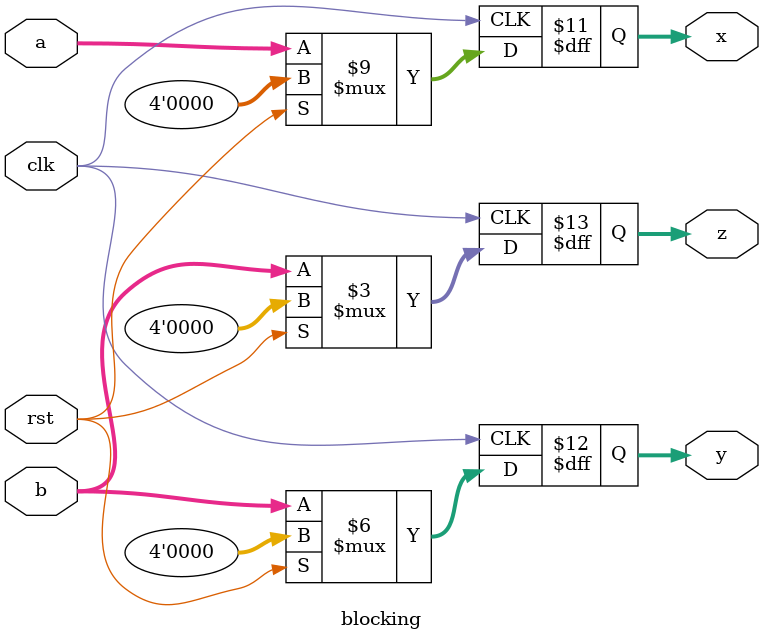
<source format=v>
module blocking(
  input clk,
  input rst,
  input [3:0]a,b,
  output reg [3:0]x,y,z);
  
  always@(posedge clk)begin
    if(rst)begin
      x=0;
      y=0;
      z=0;
    end
    else begin
      x = a ;
   	  y = b ;
      z = y ;
    end
  end
endmodule

</source>
